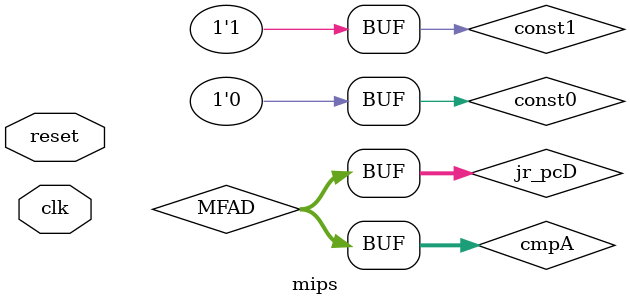
<source format=v>
`timescale 1ns / 1ps
`define Rs 25:21
`define Rt 20:16
`define Rd 15:11
`define IMM16 15:0
`define SHAMT 10:6
module mips(
    input clk,
    input reset
    );
	 // data,pc
	 wire [31:0] in_pcF,pcF,npc,pc4F,pc4D,jr_pcD,pc8D,pc8E,pc8M,pc8W,pcM,pcW;
	 wire [31:0] instrF,instrD,instrE,instrM,instrW;
	 wire [31:0] ext32D,ext32E;
	 wire [31:0] BusAD,BusBD,BusAE,BusBE;
	 wire [31:0] srcW,WriteDataW;                    // Data for Write Back at W level
	 wire [31:0] ALUOutE,EXOutE,EXOutM,EXOutW;
	 wire [31:0] DMOutM,DMOutW,DOutW;
	 wire [31:0] WriteMemoryM;
	 wire [31:0] ForwardValue1,ForwardValue2;   // Select forward value when jal.
	 wire [31:0] hiE,loE;
	 // control signal
	 wire RegDstD,RegDstE,RegDstM,RegDstW;
	 wire RegWriteD,RegWriteE,RegWriteM,RegWriteW;                  // Write Enable
	 wire ALUSrcD,ALUSrcE;
	 wire MemWriteD,MemWriteE,MemWriteM,MemWriteW;
	 wire MemToRegD,MemToRegE,MemToRegM,MemToRegW;
	 wire [1:0] EXTOpD,MDOpE;
	 wire [3:0] ALUOpE;
	 wire [2:0] DMEXTOpW;
	 wire if_beqD,if_bgezD,if_bgtzD,if_blezD,if_bltzD,if_bneD,if_branchD;
	 wire if_jrD,if_jD,if_jalrD,if_jumpD;
	 wire if_jalD,if_jalE,if_jalM,if_jalW,if_jalrM,if_jalrW;
	 wire shift_iE,shift_vE;
	 wire swM,shM,sbM;
	 wire mdopD;
	 wire startE,mthiE,mtloE,mfhiE,mfloE;

	 // branch control
	 wire PCSrcD;
	 wire zeroD,greatD,lessD;                
	 // instruciton field division at each level
	 wire [4:0] RsD,RsE,RsM;
	 wire [4:0] RtD,RtE,RtM;
	 wire [4:0] WriteRegE,WriteRegM,WriteRegW;
	 // forward signal
	 wire [31:0] MFAD,MFBD,MFAE,ALUAE,MFBE,ALUBE,SRCE,MFBM;
	 wire [31:0] cmpA,cmpB;
	 wire [1:0] ForwardAD,ForwardBD;
	 wire [1:0] ForwardAE,ForwardBE;
	 wire       ForwardBM;
	 // stall signal
	 wire stall;
	 wire busyE;
	 wire const0=0,const1=1;
	  
	 // F - level
	 
	 assign pc4F = pcF + 4;
	 
	 MUX32_2 F_mpcin (.in0(pc4F),.in1(npc),.sel(PCSrcD),.out(in_pcF));
	 
	 PC F_pc (.clk(clk),.en(!stall),.reset(reset),.in_pc(in_pcF),.pc(pcF));
	 			  
	 IM F_im (.pc(pcF),.instr(instrF));
	 
	 // F - D Pipeline Register
	 
	 PREG F_D_IR (.clk(clk),.reset(reset),.en(!stall),.in(instrF),.out(instrD));  // reset?
	 PREG F_D_PC (.clk(clk),.reset(reset),.en(!stall),.in(pc4F),.out(pc4D));
	 
	 // D - level
	
    assign PCSrcD = (if_beqD && zeroD) | (if_bgezD && (zeroD || greatD)) 
						| (if_bgtzD&& greatD) | (if_blezD && (zeroD || lessD))
						| (if_bltzD&& lessD) | (if_bneD && !zeroD)
						| if_jalD | if_jrD | if_jD | if_jalrD;
	 assign pc8D = pc4D + 4;
	 assign RsD = instrD[`Rs];
	 assign RtD = instrD[`Rt];
	 assign jr_pcD = MFAD;     // input change !
	 assign cmpA = MFAD;
	 assign if_branchD = if_beqD | if_bgezD | if_bgtzD | if_blezD | if_bltzD | if_bneD;
	 assign if_jumpD = if_jrD | if_jalrD;
	 
	 GPR D_gpr (.clk(clk),.reset(reset),.WE(RegWriteW),.RA(instrD[`Rs]),.RB(instrD[`Rt]),
				   .RW(WriteRegW),.WD(WriteDataW),.pc(pcW),.BusA(BusAD),.BusB(BusBD));       // pc need to be fixed
				  
	 EXT D_ext (.imm16(instrD[`IMM16]),.EXTOp(EXTOpD),.ext32(ext32D));
	 
	 MUX32_3 D_mf_cmp_a (.in0(BusAD),.in1(ForwardValue1),.in2(ForwardValue2),.sel(ForwardAD),.out(MFAD));   // in1  jal?
	 
	 MUX32_3 D_mf_cmp_b (.in0(BusBD),.in1(ForwardValue1),.in2(ForwardValue2),.sel(ForwardBD),.out(MFBD));    // forward from W ?
	 
	 MUX32_2 D_ms_cmp_b (.in0(MFBD),.in1(0),.sel(if_bgezD | if_blezD),.out(cmpB));
	 
	 CMP D_cmp (.A(cmpA),.B(cmpB),.equal(zeroD),.great(greatD),.less(lessD));
	 
	 CONTROL D_controller (.instr(instrD),.RegDst(RegDstD),.RegWrite(RegWriteD),.ALUSrc(ALUSrcD),
								  .MemWrite(MemWriteD),.MemToReg(MemToRegD),.EXTOp(EXTOpD),
								  .if_beq(if_beqD),.if_bgez(if_bgezD),.if_bgtz(if_bgtzD),
								  .if_blez(if_blezD),.if_bltz(if_bltzD),.if_bne(if_bneD),
								  .if_jal(if_jalD),.if_jr(if_jrD),.if_j(if_jD),.if_jalr(if_jalrD),
								  .mdop(mdopD));
								
	 NPC D_npc (.pc4(pc4D),.npc(npc),
				  .if_beq(if_beqD),.if_bgez(if_bgezD),.if_bgtz(if_bgtzD),
				  .if_blez(if_blezD),.if_bltz(if_bltzD),.if_bne(if_bneD),
				  .if_jal(if_jalD),.if_jr(if_jrD),.if_j(if_jD),.if_jalr(if_jalrD),
				  .zero(zeroD),.great(greatD),.less(lessD),
				  .jr_pc(jr_pcD),.offset(ext32D),.instr(instrD));
	  
	 // D - E Pipeline Register
	 
	 PREG D_E_IR (.clk(clk),.reset(stall|reset),.en(const1),.in(instrD),.out(instrE));
	 PREG D_E_PC (.clk(clk),.reset(stall|reset),.en(const1),.in(pc8D),.out(pc8E));
	 PREG D_E_BusA (.clk(clk),.reset(stall|reset),.en(const1),.in(MFAD),.out(BusAE));
	 PREG D_E_BusB (.clk(clk),.reset(stall|reset),.en(const1),.in(MFBD),.out(BusBE));
	 PREG D_E_Ext  (.clk(clk),.reset(stall|reset),.en(const1),.in(ext32D),.out(ext32E));
	 
	 // E - level
	 
	 assign RsE = instrE[`Rs];
	 assign RtE = instrE[`Rt];
	 assign WriteRegE = (if_jalE) ? 5'b11111 : 
							  (RegDstE) ? instrE[`Rd] : instrE[`Rt];
	 
	 MUX32_3 E_mf_alu_a (.in0(BusAE),.in1(ForwardValue1),.in2(ForwardValue2),.sel(ForwardAE),.out(MFAE));     // jal?
	 
	 MUX32_2 E_ms_alu_a (.in0(MFAE),.in1(MFBE),.sel(shift_iE | shift_vE),.out(ALUAE));
	 
	 MUX32_3 E_mf_alu_b (.in0(BusBE),.in1(ForwardValue1),.in2(ForwardValue2),.sel(ForwardBE),.out(MFBE));
	 
	 MUX32_2 E_ms1_alu_b(.in0(MFBE),.in1(ext32E),.sel(ALUSrcE),.out(SRCE));
	 
	 assign ALUBE = (shift_iE) ? {27'b0,instrE[`SHAMT]} : 
						 (shift_vE) ? {27'b0,MFAE[4:0]} : SRCE;
	 
	 ALU E_alu (.A(ALUAE),.B(ALUBE),.ALUOp(ALUOpE),.ALUOut(ALUOutE));
	 
	 MD  E_md  (.clk(clk),.reset(reset),.A(MFAE),.B(MFBE),.WD(MFAE),
				   .mthi(mthiE),.mtlo(mtloE),.start(startE),.MDOp(MDOpE),
					.busy(busyE),.hi(hiE),.lo(loE));
					
	 assign EXOutE = (mfhiE) ? hiE :                             // the result of E level
						  (mfloE) ? loE : ALUOutE;
	 
	 CONTROL E_controller (.instr(instrE),.RegDst(RegDstE),.RegWrite(RegWriteE),.ALUSrc(ALUSrcE),
								  .MemWrite(MemWriteE),.MemToReg(MemToRegE),.ALUOp(ALUOpE),
								  .shift_i(shift_iE),.shift_v(shift_vE),.if_jal(if_jalE),
								  .start(startE),.mthi(mthiE),.mtlo(mtloE),.mfhi(mfhiE),.mflo(mfloE),.MDOp(MDOpE));
								
	 // E - M Pipeline Register
	 
	 PREG E_M_IR (.clk(clk),.reset(reset),.en(const1),.in(instrE),.out(instrM));
	 PREG E_M_PC (.clk(clk),.reset(reset),.en(const1),.in(pc8E),.out(pc8M));
	 PREG E_M_EO (.clk(clk),.reset(reset),.en(const1),.in(EXOutE),.out(EXOutM));
	 PREG E_M_WM (.clk(clk),.reset(reset),.en(const1),.in(MFBE),.out(WriteMemoryM));
	 
	 // M - level
	 
	 assign pcM = pc8M - 8;
	 assign RsM = instrM[`Rs];
	 assign RtM = instrM[`Rt];
	 assign WriteRegM = (if_jalM) ? 5'b11111:
							  (RegDstM) ? instrM[`Rd] : instrM[`Rt];
	 assign ForwardValue2 = (if_jalM | if_jalrM) ? pc8M : EXOutM;
	 
	 MUX32_2 M_mf_dm_wd (.in0(WriteMemoryM),.in1(ForwardValue1),.sel(ForwardBM),.out(MFBM));
	 
	 DM M_dm(.clk(clk),.reset(reset),.sw(swM),.sh(shM),.sb(sbM),
	         .WE(MemWriteM),.WD(MFBM),.addr(EXOutM),.pc(pcM),.RD(DMOutM));  //pc
				
	 CONTROL M_controller (.instr(instrM),.RegDst(RegDstM),.RegWrite(RegWriteM),
								  .MemWrite(MemWriteM),.MemToReg(MemToRegM),.if_jal(if_jalM),
								  .if_jalr(if_jalrM),.if_sw(swM),.if_sh(shM),.if_sb(sbM));
	 
	 // M - W Pipeline Register
	 
	 PREG M_W_IR (.clk(clk),.reset(reset),.en(const1),.in(instrM),.out(instrW));
	 PREG M_W_PC (.clk(clk),.reset(reset),.en(const1),.in(pc8M),.out(pc8W));
	 PREG M_W_DO (.clk(clk),.reset(reset),.en(const1),.in(DMOutM),.out(DMOutW));
	 PREG M_W_AO (.clk(clk),.reset(reset),.en(const1),.in(EXOutM),.out(EXOutW));
	 
	 // W - level
	 
	 assign pcW = pc8W - 8;
	 assign WriteRegW = (if_jalW) ? 5'b11111 :
							  (RegDstW) ? instrW[`Rd] : instrW[`Rt];
	 assign ForwardValue1 = WriteDataW;
	 
	 DMEXT W_dmext(.A(EXOutW[1:0]),.Din(DMOutW),.Op(DMEXTOpW),.DOut(DOutW));
	
    MUX32_2 W_ms_pc (.in0(EXOutW),.in1(pc8W),.sel(if_jalW | if_jalrW),.out(srcW));
	 
	 MUX32_2 W_ms_wb (.in0(srcW),.in1(DOutW),.sel(MemToRegW),.out(WriteDataW));	

	 CONTROL W_controller (.instr(instrW),.RegWrite(RegWriteW),.RegDst(RegDstW),
								  .MemWrite(MemWriteW),.MemToReg(MemToRegW),.DMEXTOp(DMEXTOpW),
								  .if_jal(if_jalW),.if_jalr(if_jalrW));
								  
	 // Hazard
	 
	 HAZARD hazard (.D_Rs(RsD),.D_Rt(RtD),.D_ALUSrc(ALUSrcD),.D_branch(if_branchD),.D_jump(if_jumpD),.D_mdop(mdopD),
				       .E_Rs(RsE),.E_Rt(RtE),.E_WriteEnable(RegWriteE),.E_MemToReg(MemToRegE),.E_WriteReg(WriteRegE),
						 .M_Rs(RsM),.M_Rt(RtM),.M_WriteEnable(RegWriteM),.M_MemToReg(MemToRegM),.M_WriteReg(WriteRegM),
						 .W_WriteEnable(RegWriteW),.W_WriteReg(WriteRegW),.ForwardBM(ForwardBM),
						 .ForwardAD(ForwardAD),.ForwardBD(ForwardBD),.ForwardAE(ForwardAE),.ForwardBE(ForwardBE),
						 .Stall(stall),.busy(busyE),.start(startE));


endmodule

</source>
